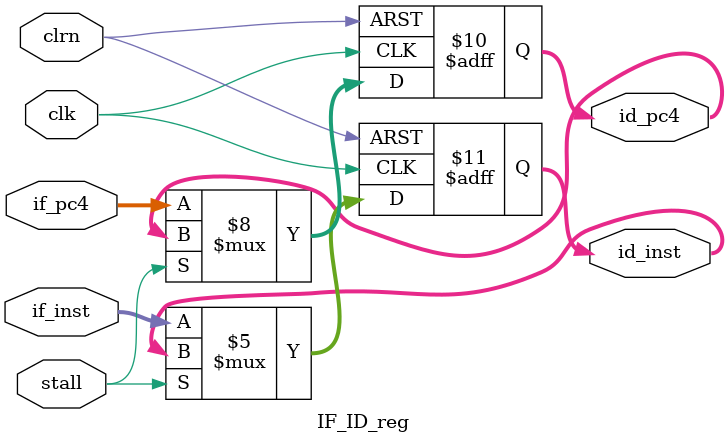
<source format=v>
`timescale 1ns / 1ps


module IF_ID_reg(if_pc4, if_inst, clk, clrn, stall, id_pc4, id_inst);
    input [31:0] if_pc4, if_inst;
    input clk, clrn, stall;
    output [31:0] id_pc4, id_inst;
    
    reg [31:0] id_pc4, id_inst;
    always @ (posedge clk or negedge clrn)
        if(clrn == 0)
            begin
                id_pc4 <= 0;
                id_inst <= 0;
            end
        else if(~stall)
            begin
                id_pc4 <= if_pc4;
                id_inst <= if_inst;
            end
        else
            begin
                id_pc4 <= id_pc4;
                id_inst <= id_inst;
            end
endmodule

</source>
